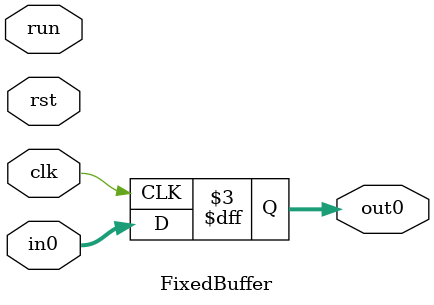
<source format=v>
`timescale 1ns / 1ps
`include "global_defines.vh"

module FixedBuffer #(
         parameter ADDR_W = 6,
         parameter DATA_W = 32,
         parameter AMOUNT = 0
      )
    (
    //control
    input                         clk,
    input                         rst,
    
    input                         run,

    //input / output data
    input [DATA_W-1:0]            in0,

    (* versat_latency = 1 *) output reg [DATA_W-1:0] out0
   );

generate
   if(AMOUNT == 0) begin
      always @(posedge clk)
      begin
         out0 <= in0;
      end
   end else if(AMOUNT == 1)begin
      reg [31:0] bufferData;
      always @(posedge clk)
      begin
         out0 <= bufferData;
         bufferData <= in0;
      end
   end else begin
      integer i;
      reg [31:0] bufferData[AMOUNT-1:0];
      always @(posedge clk)
      begin
         out0 <= bufferData[0];
         for(i = 0; i < AMOUNT - 1; i = i + 1) begin
            bufferData[i] <= bufferData[i+1];
         end
         bufferData[AMOUNT-1] <= in0;
      end
   end
endgenerate

endmodule
</source>
